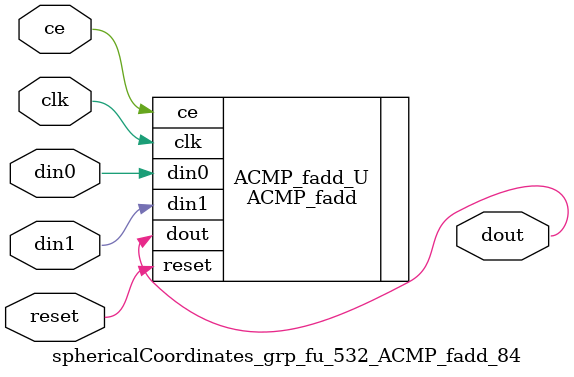
<source format=v>

`timescale 1 ns / 1 ps
module sphericalCoordinates_grp_fu_532_ACMP_fadd_84(
    clk,
    reset,
    ce,
    din0,
    din1,
    dout);

parameter ID = 32'd1;
parameter NUM_STAGE = 32'd1;
parameter din0_WIDTH = 32'd1;
parameter din1_WIDTH = 32'd1;
parameter dout_WIDTH = 32'd1;
input clk;
input reset;
input ce;
input[din0_WIDTH - 1:0] din0;
input[din1_WIDTH - 1:0] din1;
output[dout_WIDTH - 1:0] dout;



ACMP_fadd #(
.ID( ID ),
.NUM_STAGE( 4 ),
.din0_WIDTH( din0_WIDTH ),
.din1_WIDTH( din1_WIDTH ),
.dout_WIDTH( dout_WIDTH ))
ACMP_fadd_U(
    .clk( clk ),
    .reset( reset ),
    .ce( ce ),
    .din0( din0 ),
    .din1( din1 ),
    .dout( dout ));

endmodule

</source>
